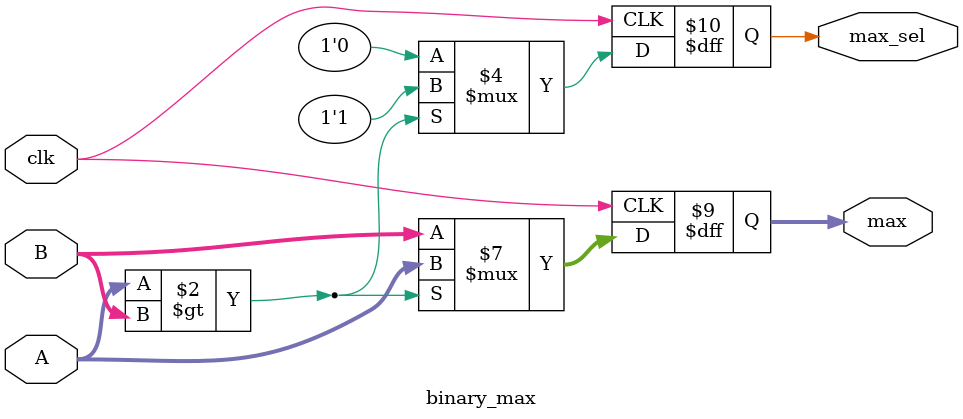
<source format=v>
module binary_max (
    input clk,
    input [3:0] A,
    input [3:0] B,
    output reg [3:0] max,
    output reg max_sel
);

always @(posedge clk) begin
    if (A > B) begin
        max <= A;
        max_sel <= 1;
    end else begin
        max <= B;
        max_sel <= 0;
    end
end

endmodule
</source>
